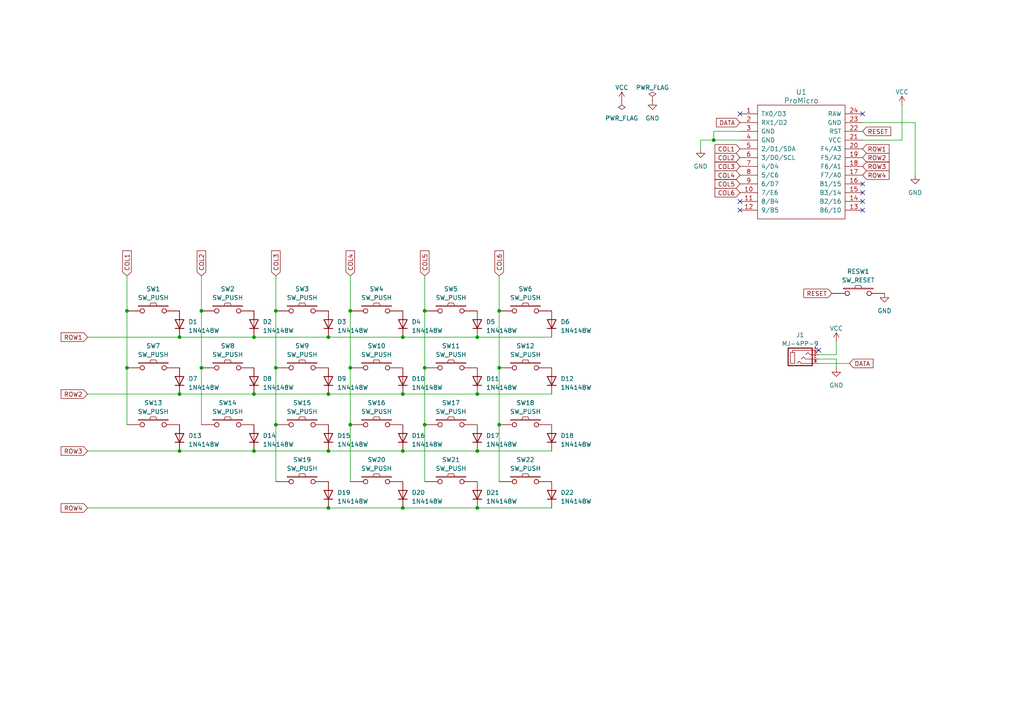
<source format=kicad_sch>
(kicad_sch (version 20230121) (generator eeschema)
  (paper "A4")
  (lib_symbols
    (symbol "Diode:1N4148W" (pin_numbers hide) (pin_names hide)
      (property "Reference" "D" (at 0 2.54 0))
      (property "Value" "1N4148W" (at 0 -2.54 0))
      (symbol "1N4148W_0_1"
        (polyline (pts (xy -1.27 1.27) (xy -1.27 -1.27)) (stroke (width 0.254)))
        (polyline (pts (xy 1.27 0) (xy -1.27 0)))
        (polyline (pts (xy 1.27 1.27) (xy 1.27 -1.27) (xy -1.27 0) (xy 1.27 1.27)) (stroke (width 0.254)))
      )
      (symbol "1N4148W_1_1"
        (pin passive line (at -3.81 0 0) (length 2.54) (name "K") (number "1"))
        (pin passive line (at 3.81 0 180) (length 2.54) (name "A") (number "2"))
      )
    )
    (symbol "kbd:MJ-4PP-9" (pin_names (offset 1.016))
      (property "Reference" "J" (at 0 3.81 0))
      (property "Value" "MJ-4PP-9" (at 0 -3.81 0))
      (symbol "MJ-4PP-9_0_1"
        (rectangle (start -1.905 -1.905) (end -3.175 1.27))
        (polyline (pts (xy -2.54 1.27) (xy -2.54 1.905) (xy 3.175 1.905)))
        (polyline (pts (xy -1.27 -1.905) (xy -0.635 -1.27) (xy 0 -1.905) (xy 3.175 -1.905)))
        (polyline (pts (xy 0 -0.635) (xy 0.635 0) (xy 1.27 -0.635) (xy 3.175 -0.635)))
        (polyline (pts (xy 1.27 0.635) (xy 1.905 1.27) (xy 2.54 0.635) (xy 3.175 0.635)))
        (rectangle (start 3.175 2.54) (end -3.81 -2.54) (stroke (width 0.3048)))
      )
      (symbol "MJ-4PP-9_1_1"
        (pin input line (at 5.08 1.905 180) (length 2.0066) (name "~") (number "A"))
        (pin input line (at 5.08 -1.905 180) (length 2.0066) (name "~") (number "B"))
        (pin input line (at 5.08 -0.635 180) (length 2.0066) (name "~") (number "C"))
        (pin input line (at 5.08 0.635 180) (length 2.0066) (name "~") (number "D"))
      )
    )
    (symbol "kbd:ProMicro" (pin_names (offset 1.016))
      (property "Reference" "U" (at 0 19.05 0))
      (property "Value" "ProMicro" (at 0 -19.05 0))
      (symbol "ProMicro_0_1"
        (rectangle (start -12.7 16.51) (end 12.7 -16.51))
      )
      (symbol "ProMicro_1_1"
        (pin bidirectional line (at -17.78 13.97 0) (length 5.08) (name "TX0/D3") (number "1"))
        (pin bidirectional line (at -17.78 -8.89 0) (length 5.08) (name "7/E6") (number "10"))
        (pin bidirectional line (at -17.78 -11.43 0) (length 5.08) (name "8/B4") (number "11"))
        (pin bidirectional line (at -17.78 -13.97 0) (length 5.08) (name "9/B5") (number "12"))
        (pin bidirectional line (at 17.78 -13.97 180) (length 5.08) (name "B6/10") (number "13"))
        (pin bidirectional line (at 17.78 -11.43 180) (length 5.08) (name "B2/16") (number "14"))
        (pin bidirectional line (at 17.78 -8.89 180) (length 5.08) (name "B3/14") (number "15"))
        (pin bidirectional line (at 17.78 -6.35 180) (length 5.08) (name "B1/15") (number "16"))
        (pin bidirectional line (at 17.78 -3.81 180) (length 5.08) (name "F7/A0") (number "17"))
        (pin bidirectional line (at 17.78 -1.27 180) (length 5.08) (name "F6/A1") (number "18"))
        (pin bidirectional line (at 17.78 1.27 180) (length 5.08) (name "F5/A2") (number "19"))
        (pin bidirectional line (at -17.78 11.43 0) (length 5.08) (name "RX1/D2") (number "2"))
        (pin bidirectional line (at 17.78 3.81 180) (length 5.08) (name "F4/A3") (number "20"))
        (pin power_in line (at 17.78 6.35 180) (length 5.08) (name "VCC") (number "21"))
        (pin input line (at 17.78 8.89 180) (length 5.08) (name "RST") (number "22"))
        (pin power_in line (at 17.78 11.43 180) (length 5.08) (name "GND") (number "23"))
        (pin power_out line (at 17.78 13.97 180) (length 5.08) (name "RAW") (number "24"))
        (pin power_in line (at -17.78 8.89 0) (length 5.08) (name "GND") (number "3"))
        (pin power_in line (at -17.78 6.35 0) (length 5.08) (name "GND") (number "4"))
        (pin bidirectional line (at -17.78 3.81 0) (length 5.08) (name "2/D1/SDA") (number "5"))
        (pin bidirectional line (at -17.78 1.27 0) (length 5.08) (name "3/D0/SCL") (number "6"))
        (pin bidirectional line (at -17.78 -1.27 0) (length 5.08) (name "4/D4") (number "7"))
        (pin bidirectional line (at -17.78 -3.81 0) (length 5.08) (name "5/C6") (number "8"))
        (pin bidirectional line (at -17.78 -6.35 0) (length 5.08) (name "6/D7") (number "9"))
      )
    )
    (symbol "kbd:SW_PUSH" (pin_numbers hide) (pin_names (offset 1.016) hide)
      (property "Reference" "SW" (at 3.81 2.794 0))
      (property "Value" "SW_PUSH" (at 0 -2.032 0))
      (symbol "SW_PUSH_0_1"
        (rectangle (start -4.318 1.27) (end 4.318 1.524))
        (polyline (pts (xy -1.016 1.524) (xy -0.762 2.286) (xy 0.762 2.286) (xy 1.016 1.524)))
        (pin passive inverted (at -7.62 0 0) (length 5.08) (name "1") (number "1"))
        (pin passive inverted (at 7.62 0 180) (length 5.08) (name "2") (number "2"))
      )
    )
    (symbol "power:GND" (power) (pin_names (offset 0))
      (property "Value" "GND" (at 0 -3.81 0))
      (symbol "GND_0_1"
        (polyline (pts (xy 0 0) (xy 0 -1.27) (xy 1.27 -1.27) (xy 0 -2.54) (xy -1.27 -1.27) (xy 0 -1.27)))
      )
      (symbol "GND_1_1"
        (pin power_in line (at 0 0 270) (length 0) hide (name "GND") (number "1"))
      )
    )
    (symbol "power:PWR_FLAG" (power) (pin_numbers hide) (pin_names (offset 0) hide)
      (property "Value" "PWR_FLAG" (at 0 3.81 0))
      (symbol "PWR_FLAG_0_0"
        (pin power_out line (at 0 0 90) (length 0) (name "pwr") (number "1"))
      )
      (symbol "PWR_FLAG_0_1"
        (polyline (pts (xy 0 0) (xy 0 1.27) (xy -1.016 1.905) (xy 0 2.54) (xy 1.016 1.905) (xy 0 1.27)))
      )
    )
    (symbol "power:VCC" (power) (pin_names (offset 0))
      (property "Value" "VCC" (at 0 3.81 0))
      (symbol "VCC_0_1"
        (polyline (pts (xy -0.762 1.27) (xy 0 2.54)))
        (polyline (pts (xy 0 0) (xy 0 2.54)))
        (polyline (pts (xy 0 2.54) (xy 0.762 1.27)))
      )
      (symbol "VCC_1_1"
        (pin power_in line (at 0 0 90) (length 0) hide (name "VCC") (number "1"))
      )
    )
  )
  (junction (at 116.84 147.32))
  (junction (at 138.43 147.32))
  (junction (at 138.43 114.3))
  (junction (at 138.43 97.79))
  (junction (at 123.19 123.19))
  (junction (at 36.83 106.68))
  (junction (at 73.66 97.79))
  (junction (at 101.6 106.68))
  (junction (at 138.43 130.81))
  (junction (at 58.42 106.68))
  (junction (at 144.78 123.19))
  (junction (at 80.01 106.68))
  (junction (at 116.84 130.81))
  (junction (at 52.07 114.3))
  (junction (at 101.6 90.17))
  (junction (at 116.84 97.79))
  (junction (at 95.25 97.79))
  (junction (at 95.25 130.81))
  (junction (at 116.84 114.3))
  (junction (at 80.01 123.19))
  (junction (at 52.07 130.81))
  (junction (at 95.25 147.32))
  (junction (at 36.83 90.17))
  (junction (at 80.01 90.17))
  (junction (at 73.66 114.3))
  (junction (at 207.01 40.64))
  (junction (at 144.78 106.68))
  (junction (at 73.66 130.81))
  (junction (at 101.6 123.19))
  (junction (at 58.42 90.17))
  (junction (at 144.78 90.17))
  (junction (at 123.19 90.17))
  (junction (at 95.25 114.3))
  (junction (at 52.07 97.79))
  (junction (at 123.19 106.68))
  (no_connect (at 250.19 55.88))
  (no_connect (at 237.49 101.6))
  (no_connect (at 250.19 53.34))
  (no_connect (at 250.19 33.02))
  (no_connect (at 250.19 60.96))
  (no_connect (at 214.63 58.42))
  (no_connect (at 214.63 33.02))
  (no_connect (at 250.19 58.42))
  (no_connect (at 214.63 60.96))
  (wire (pts (xy 80.01 123.19) (xy 80.01 139.7)))
  (wire (pts (xy 52.07 114.3) (xy 73.66 114.3)))
  (wire (pts (xy 73.66 130.81) (xy 95.25 130.81)))
  (wire (pts (xy 261.62 30.48) (xy 261.62 40.64)))
  (wire (pts (xy 95.25 97.79) (xy 116.84 97.79)))
  (wire (pts (xy 101.6 106.68) (xy 101.6 123.19)))
  (wire (pts (xy 237.49 104.14) (xy 242.57 104.14)))
  (wire (pts (xy 123.19 106.68) (xy 123.19 123.19)))
  (wire (pts (xy 214.63 38.1) (xy 207.01 38.1)))
  (wire (pts (xy 144.78 123.19) (xy 144.78 139.7)))
  (wire (pts (xy 242.57 99.06) (xy 242.57 102.87)))
  (wire (pts (xy 25.4 97.79) (xy 52.07 97.79)))
  (wire (pts (xy 144.78 106.68) (xy 144.78 123.19)))
  (wire (pts (xy 246.38 105.41) (xy 237.49 105.41)))
  (wire (pts (xy 58.42 80.01) (xy 58.42 90.17)))
  (wire (pts (xy 25.4 130.81) (xy 52.07 130.81)))
  (wire (pts (xy 138.43 130.81) (xy 160.02 130.81)))
  (wire (pts (xy 73.66 97.79) (xy 95.25 97.79)))
  (wire (pts (xy 36.83 90.17) (xy 36.83 106.68)))
  (wire (pts (xy 138.43 97.79) (xy 160.02 97.79)))
  (wire (pts (xy 123.19 80.01) (xy 123.19 90.17)))
  (wire (pts (xy 123.19 90.17) (xy 123.19 106.68)))
  (wire (pts (xy 237.49 102.87) (xy 242.57 102.87)))
  (wire (pts (xy 123.19 123.19) (xy 123.19 139.7)))
  (wire (pts (xy 36.83 80.01) (xy 36.83 90.17)))
  (wire (pts (xy 116.84 147.32) (xy 138.43 147.32)))
  (wire (pts (xy 116.84 97.79) (xy 138.43 97.79)))
  (wire (pts (xy 80.01 106.68) (xy 80.01 123.19)))
  (wire (pts (xy 144.78 80.01) (xy 144.78 90.17)))
  (wire (pts (xy 250.19 35.56) (xy 265.43 35.56)))
  (wire (pts (xy 101.6 123.19) (xy 101.6 139.7)))
  (wire (pts (xy 203.2 40.64) (xy 203.2 43.18)))
  (wire (pts (xy 138.43 114.3) (xy 160.02 114.3)))
  (wire (pts (xy 95.25 130.81) (xy 116.84 130.81)))
  (wire (pts (xy 214.63 40.64) (xy 207.01 40.64)))
  (wire (pts (xy 58.42 90.17) (xy 58.42 106.68)))
  (wire (pts (xy 80.01 90.17) (xy 80.01 106.68)))
  (wire (pts (xy 265.43 35.56) (xy 265.43 50.8)))
  (wire (pts (xy 101.6 80.01) (xy 101.6 90.17)))
  (wire (pts (xy 116.84 114.3) (xy 138.43 114.3)))
  (wire (pts (xy 203.2 40.64) (xy 207.01 40.64)))
  (wire (pts (xy 95.25 114.3) (xy 116.84 114.3)))
  (wire (pts (xy 25.4 147.32) (xy 95.25 147.32)))
  (wire (pts (xy 73.66 114.3) (xy 95.25 114.3)))
  (wire (pts (xy 36.83 106.68) (xy 36.83 123.19)))
  (wire (pts (xy 58.42 106.68) (xy 58.42 123.19)))
  (wire (pts (xy 116.84 130.81) (xy 138.43 130.81)))
  (wire (pts (xy 101.6 90.17) (xy 101.6 106.68)))
  (wire (pts (xy 250.19 40.64) (xy 261.62 40.64)))
  (wire (pts (xy 207.01 38.1) (xy 207.01 40.64)))
  (wire (pts (xy 52.07 97.79) (xy 73.66 97.79)))
  (wire (pts (xy 242.57 104.14) (xy 242.57 106.68)))
  (wire (pts (xy 138.43 147.32) (xy 160.02 147.32)))
  (wire (pts (xy 95.25 147.32) (xy 116.84 147.32)))
  (wire (pts (xy 80.01 80.01) (xy 80.01 90.17)))
  (wire (pts (xy 52.07 130.81) (xy 73.66 130.81)))
  (wire (pts (xy 25.4 114.3) (xy 52.07 114.3)))
  (wire (pts (xy 144.78 90.17) (xy 144.78 106.68)))
  (global_label "COL4" (shape input) (at 101.6 80.01 90) (property "Intersheetrefs" "${INTERSHEET_REFS}" (effects hide)))
  (global_label "ROW3" (shape input) (at 25.4 130.81 180) (property "Intersheetrefs" "${INTERSHEET_REFS}" (effects hide)))
  (global_label "COL3" (shape input) (at 214.63 48.26 180) (property "Intersheetrefs" "${INTERSHEET_REFS}" (effects hide)))
  (global_label "COL4" (shape input) (at 214.63 50.8 180) (property "Intersheetrefs" "${INTERSHEET_REFS}" (effects hide)))
  (global_label "COL6" (shape input) (at 214.63 55.88 180) (property "Intersheetrefs" "${INTERSHEET_REFS}" (effects hide)))
  (global_label "RESET" (shape input) (at 241.3 85.09 180) (property "Intersheetrefs" "${INTERSHEET_REFS}" (effects hide)))
  (global_label "ROW2" (shape input) (at 250.19 45.72 0) (property "Intersheetrefs" "${INTERSHEET_REFS}" (effects hide)))
  (global_label "DATA" (shape input) (at 246.38 105.41 0) (property "Intersheetrefs" "${INTERSHEET_REFS}" (effects hide)))
  (global_label "RESET" (shape input) (at 250.19 38.1 0) (property "Intersheetrefs" "${INTERSHEET_REFS}" (effects hide)))
  (global_label "COL5" (shape input) (at 214.63 53.34 180) (property "Intersheetrefs" "${INTERSHEET_REFS}" (effects hide)))
  (global_label "COL3" (shape input) (at 80.01 80.01 90) (property "Intersheetrefs" "${INTERSHEET_REFS}" (effects hide)))
  (global_label "COL5" (shape input) (at 123.19 80.01 90) (property "Intersheetrefs" "${INTERSHEET_REFS}" (effects hide)))
  (global_label "ROW1" (shape input) (at 25.4 97.79 180) (property "Intersheetrefs" "${INTERSHEET_REFS}" (effects hide)))
  (global_label "ROW4" (shape input) (at 25.4 147.32 180) (property "Intersheetrefs" "${INTERSHEET_REFS}" (effects hide)))
  (global_label "COL1" (shape input) (at 36.83 80.01 90) (property "Intersheetrefs" "${INTERSHEET_REFS}" (effects hide)))
  (global_label "COL6" (shape input) (at 144.78 80.01 90) (property "Intersheetrefs" "${INTERSHEET_REFS}" (effects hide)))
  (global_label "COL2" (shape input) (at 214.63 45.72 180) (property "Intersheetrefs" "${INTERSHEET_REFS}" (effects hide)))
  (global_label "ROW3" (shape input) (at 250.19 48.26 0) (property "Intersheetrefs" "${INTERSHEET_REFS}" (effects hide)))
  (global_label "ROW4" (shape input) (at 250.19 50.8 0) (property "Intersheetrefs" "${INTERSHEET_REFS}" (effects hide)))
  (global_label "DATA" (shape input) (at 214.63 35.56 180) (property "Intersheetrefs" "${INTERSHEET_REFS}" (effects hide)))
  (global_label "COL1" (shape input) (at 214.63 43.18 180) (property "Intersheetrefs" "${INTERSHEET_REFS}" (effects hide)))
  (global_label "ROW1" (shape input) (at 250.19 43.18 0) (property "Intersheetrefs" "${INTERSHEET_REFS}" (effects hide)))
  (global_label "COL2" (shape input) (at 58.42 80.01 90) (property "Intersheetrefs" "${INTERSHEET_REFS}" (effects hide)))
  (global_label "ROW2" (shape input) (at 25.4 114.3 180) (property "Intersheetrefs" "${INTERSHEET_REFS}" (effects hide)))
  (symbol (lib_id "kbd:SW_PUSH") (at 109.22 123.19 0) (unit 1)
    (property "Reference" "SW16" (at 109.22 116.84 0))
    (property "Value" "SW_PUSH" (at 109.22 119.38 0))
    (property "Footprint" "kbd:SW_Hole" (effects hide))
  )
  (symbol (lib_id "kbd:SW_PUSH") (at 152.4 139.7 0) (unit 1)
    (property "Reference" "SW22" (at 152.4 133.35 0))
    (property "Value" "SW_PUSH" (at 152.4 135.89 0))
    (property "Footprint" "kbd:SW_Hole" (effects hide))
  )
  (symbol (lib_id "Diode:1N4148W") (at 138.43 93.98 90) (unit 1)
    (property "Reference" "D5" (at 140.97 93.345 90) (effects (justify right)))
    (property "Value" "1N4148W" (at 140.97 95.885 90) (effects (justify right)))
    (property "Footprint" "kbd:D3_TH_SMD_v2" (effects hide))
    (property "Datasheet" "https://www.vishay.com/docs/85748/1n4148w.pdf" (effects hide))
    (property "Sim.Device" "D" (effects hide))
    (property "Sim.Pins" "1=K 2=A" (effects hide))
  )
  (symbol (lib_id "Diode:1N4148W") (at 160.02 143.51 90) (unit 1)
    (property "Reference" "D22" (at 162.56 142.875 90) (effects (justify right)))
    (property "Value" "1N4148W" (at 162.56 145.415 90) (effects (justify right)))
    (property "Footprint" "kbd:D3_TH_SMD_v2" (effects hide))
    (property "Datasheet" "https://www.vishay.com/docs/85748/1n4148w.pdf" (effects hide))
    (property "Sim.Device" "D" (effects hide))
    (property "Sim.Pins" "1=K 2=A" (effects hide))
  )
  (symbol (lib_id "kbd:SW_PUSH") (at 152.4 90.17 0) (unit 1)
    (property "Reference" "SW6" (at 152.4 83.82 0))
    (property "Value" "SW_PUSH" (at 152.4 86.36 0))
    (property "Footprint" "kbd:SW_Hole" (effects hide))
  )
  (symbol (lib_id "Diode:1N4148W") (at 160.02 110.49 90) (unit 1)
    (property "Reference" "D12" (at 162.56 109.855 90) (effects (justify right)))
    (property "Value" "1N4148W" (at 162.56 112.395 90) (effects (justify right)))
    (property "Footprint" "kbd:D3_TH_SMD_v2" (effects hide))
    (property "Datasheet" "https://www.vishay.com/docs/85748/1n4148w.pdf" (effects hide))
    (property "Sim.Device" "D" (effects hide))
    (property "Sim.Pins" "1=K 2=A" (effects hide))
  )
  (symbol (lib_id "Diode:1N4148W") (at 116.84 110.49 90) (unit 1)
    (property "Reference" "D10" (at 119.38 109.855 90) (effects (justify right)))
    (property "Value" "1N4148W" (at 119.38 112.395 90) (effects (justify right)))
    (property "Footprint" "kbd:D3_TH_SMD_v2" (effects hide))
    (property "Datasheet" "https://www.vishay.com/docs/85748/1n4148w.pdf" (effects hide))
    (property "Sim.Device" "D" (effects hide))
    (property "Sim.Pins" "1=K 2=A" (effects hide))
  )
  (symbol (lib_id "Diode:1N4148W") (at 52.07 93.98 90) (unit 1)
    (property "Reference" "D1" (at 54.61 93.345 90) (effects (justify right)))
    (property "Value" "1N4148W" (at 54.61 95.885 90) (effects (justify right)))
    (property "Footprint" "kbd:D3_TH_SMD_v2" (effects hide))
    (property "Datasheet" "https://www.vishay.com/docs/85748/1n4148w.pdf" (effects hide))
    (property "Sim.Device" "D" (effects hide))
    (property "Sim.Pins" "1=K 2=A" (effects hide))
  )
  (symbol (lib_id "Diode:1N4148W") (at 95.25 110.49 90) (unit 1)
    (property "Reference" "D9" (at 97.79 109.855 90) (effects (justify right)))
    (property "Value" "1N4148W" (at 97.79 112.395 90) (effects (justify right)))
    (property "Footprint" "kbd:D3_TH_SMD_v2" (effects hide))
    (property "Datasheet" "https://www.vishay.com/docs/85748/1n4148w.pdf" (effects hide))
    (property "Sim.Device" "D" (effects hide))
    (property "Sim.Pins" "1=K 2=A" (effects hide))
  )
  (symbol (lib_id "power:GND") (at 203.2 43.18 0) (unit 1)
    (property "Reference" "#PWR03" (effects hide))
    (property "Value" "GND" (at 203.2 48.26 0))
  )
  (symbol (lib_id "kbd:SW_PUSH") (at 152.4 123.19 0) (unit 1)
    (property "Reference" "SW18" (at 152.4 116.84 0))
    (property "Value" "SW_PUSH" (at 152.4 119.38 0))
    (property "Footprint" "kbd:SW_Hole" (effects hide))
  )
  (symbol (lib_id "Diode:1N4148W") (at 52.07 127 90) (unit 1)
    (property "Reference" "D13" (at 54.61 126.365 90) (effects (justify right)))
    (property "Value" "1N4148W" (at 54.61 128.905 90) (effects (justify right)))
    (property "Footprint" "kbd:D3_TH_SMD_v2" (effects hide))
    (property "Datasheet" "https://www.vishay.com/docs/85748/1n4148w.pdf" (effects hide))
    (property "Sim.Device" "D" (effects hide))
    (property "Sim.Pins" "1=K 2=A" (effects hide))
  )
  (symbol (lib_id "kbd:MJ-4PP-9") (at 232.41 103.505 0) (unit 1)
    (property "Reference" "J1" (at 232.0925 97.155 0))
    (property "Value" "MJ-4PP-9" (at 232.0925 99.695 0))
    (property "Footprint" "kbd:MJ-4PP-9_1side" (effects hide))
  )
  (symbol (lib_id "kbd:SW_PUSH") (at 248.92 85.09 0) (unit 1)
    (property "Reference" "RESW1" (at 248.92 78.74 0))
    (property "Value" "SW_RESET" (at 248.92 81.28 0))
    (property "Footprint" "kbd:ResetSW_1side" (effects hide))
  )
  (symbol (lib_id "kbd:SW_PUSH") (at 130.81 139.7 0) (unit 1)
    (property "Reference" "SW21" (at 130.81 133.35 0))
    (property "Value" "SW_PUSH" (at 130.81 135.89 0))
    (property "Footprint" "kbd:SW_Hole" (effects hide))
  )
  (symbol (lib_id "power:GND") (at 242.57 106.68 0) (unit 1)
    (property "Reference" "#PWR05" (effects hide))
    (property "Value" "GND" (at 242.57 111.76 0))
  )
  (symbol (lib_id "Diode:1N4148W") (at 116.84 127 90) (unit 1)
    (property "Reference" "D16" (at 119.38 126.365 90) (effects (justify right)))
    (property "Value" "1N4148W" (at 119.38 128.905 90) (effects (justify right)))
    (property "Footprint" "kbd:D3_TH_SMD_v2" (effects hide))
    (property "Datasheet" "https://www.vishay.com/docs/85748/1n4148w.pdf" (effects hide))
    (property "Sim.Device" "D" (effects hide))
    (property "Sim.Pins" "1=K 2=A" (effects hide))
  )
  (symbol (lib_id "Diode:1N4148W") (at 73.66 110.49 90) (unit 1)
    (property "Reference" "D8" (at 76.2 109.855 90) (effects (justify right)))
    (property "Value" "1N4148W" (at 76.2 112.395 90) (effects (justify right)))
    (property "Footprint" "kbd:D3_TH_SMD_v2" (effects hide))
    (property "Datasheet" "https://www.vishay.com/docs/85748/1n4148w.pdf" (effects hide))
    (property "Sim.Device" "D" (effects hide))
    (property "Sim.Pins" "1=K 2=A" (effects hide))
  )
  (symbol (lib_id "kbd:SW_PUSH") (at 130.81 123.19 0) (unit 1)
    (property "Reference" "SW17" (at 130.81 116.84 0))
    (property "Value" "SW_PUSH" (at 130.81 119.38 0))
    (property "Footprint" "kbd:SW_Hole" (effects hide))
  )
  (symbol (lib_id "kbd:SW_PUSH") (at 87.63 106.68 0) (unit 1)
    (property "Reference" "SW9" (at 87.63 100.33 0))
    (property "Value" "SW_PUSH" (at 87.63 102.87 0))
    (property "Footprint" "kbd:SW_Hole" (effects hide))
  )
  (symbol (lib_id "Diode:1N4148W") (at 95.25 127 90) (unit 1)
    (property "Reference" "D15" (at 97.79 126.365 90) (effects (justify right)))
    (property "Value" "1N4148W" (at 97.79 128.905 90) (effects (justify right)))
    (property "Footprint" "kbd:D3_TH_SMD_v2" (effects hide))
    (property "Datasheet" "https://www.vishay.com/docs/85748/1n4148w.pdf" (effects hide))
    (property "Sim.Device" "D" (effects hide))
    (property "Sim.Pins" "1=K 2=A" (effects hide))
  )
  (symbol (lib_id "Diode:1N4148W") (at 138.43 143.51 90) (unit 1)
    (property "Reference" "D21" (at 140.97 142.875 90) (effects (justify right)))
    (property "Value" "1N4148W" (at 140.97 145.415 90) (effects (justify right)))
    (property "Footprint" "kbd:D3_TH_SMD_v2" (effects hide))
    (property "Datasheet" "https://www.vishay.com/docs/85748/1n4148w.pdf" (effects hide))
    (property "Sim.Device" "D" (effects hide))
    (property "Sim.Pins" "1=K 2=A" (effects hide))
  )
  (symbol (lib_id "kbd:SW_PUSH") (at 66.04 123.19 0) (unit 1)
    (property "Reference" "SW14" (at 66.04 116.84 0))
    (property "Value" "SW_PUSH" (at 66.04 119.38 0))
    (property "Footprint" "kbd:SW_Hole" (effects hide))
  )
  (symbol (lib_id "kbd:SW_PUSH") (at 66.04 106.68 0) (unit 1)
    (property "Reference" "SW8" (at 66.04 100.33 0))
    (property "Value" "SW_PUSH" (at 66.04 102.87 0))
    (property "Footprint" "kbd:SW_Hole" (effects hide))
  )
  (symbol (lib_id "power:PWR_FLAG") (at 189.23 29.21 0) (unit 1)
    (property "Reference" "#FLG01" (effects hide))
    (property "Value" "PWR_FLAG" (at 189.23 25.4 0))
  )
  (symbol (lib_id "kbd:SW_PUSH") (at 87.63 139.7 0) (unit 1)
    (property "Reference" "SW19" (at 87.63 133.35 0))
    (property "Value" "SW_PUSH" (at 87.63 135.89 0))
    (property "Footprint" "kbd:SW_Hole" (effects hide))
  )
  (symbol (lib_id "kbd:ProMicro") (at 232.41 46.99 0) (unit 1)
    (property "Reference" "U1" (at 232.41 26.67 0) (effects (font (size 1.524 1.524))))
    (property "Value" "ProMicro" (at 232.41 29.21 0) (effects (font (size 1.524 1.524))))
    (property "Footprint" "kbd:ProMicro_v3" (effects hide))
  )
  (symbol (lib_id "power:GND") (at 189.23 29.21 0) (unit 1)
    (property "Reference" "#PWR08" (effects hide))
    (property "Value" "GND" (at 189.23 34.29 0))
  )
  (symbol (lib_id "Diode:1N4148W") (at 138.43 127 90) (unit 1)
    (property "Reference" "D17" (at 140.97 126.365 90) (effects (justify right)))
    (property "Value" "1N4148W" (at 140.97 128.905 90) (effects (justify right)))
    (property "Footprint" "kbd:D3_TH_SMD_v2" (effects hide))
    (property "Datasheet" "https://www.vishay.com/docs/85748/1n4148w.pdf" (effects hide))
    (property "Sim.Device" "D" (effects hide))
    (property "Sim.Pins" "1=K 2=A" (effects hide))
  )
  (symbol (lib_id "Diode:1N4148W") (at 73.66 127 90) (unit 1)
    (property "Reference" "D14" (at 76.2 126.365 90) (effects (justify right)))
    (property "Value" "1N4148W" (at 76.2 128.905 90) (effects (justify right)))
    (property "Footprint" "kbd:D3_TH_SMD_v2" (effects hide))
    (property "Datasheet" "https://www.vishay.com/docs/85748/1n4148w.pdf" (effects hide))
    (property "Sim.Device" "D" (effects hide))
    (property "Sim.Pins" "1=K 2=A" (effects hide))
  )
  (symbol (lib_id "kbd:SW_PUSH") (at 44.45 123.19 0) (unit 1)
    (property "Reference" "SW13" (at 44.45 116.84 0))
    (property "Value" "SW_PUSH" (at 44.45 119.38 0))
    (property "Footprint" "kbd:SW_Hole" (effects hide))
  )
  (symbol (lib_id "Diode:1N4148W") (at 160.02 127 90) (unit 1)
    (property "Reference" "D18" (at 162.56 126.365 90) (effects (justify right)))
    (property "Value" "1N4148W" (at 162.56 128.905 90) (effects (justify right)))
    (property "Footprint" "kbd:D3_TH_SMD_v2" (effects hide))
    (property "Datasheet" "https://www.vishay.com/docs/85748/1n4148w.pdf" (effects hide))
    (property "Sim.Device" "D" (effects hide))
    (property "Sim.Pins" "1=K 2=A" (effects hide))
  )
  (symbol (lib_id "Diode:1N4148W") (at 52.07 110.49 90) (unit 1)
    (property "Reference" "D7" (at 54.61 109.855 90) (effects (justify right)))
    (property "Value" "1N4148W" (at 54.61 112.395 90) (effects (justify right)))
    (property "Footprint" "kbd:D3_TH_SMD_v2" (effects hide))
    (property "Datasheet" "https://www.vishay.com/docs/85748/1n4148w.pdf" (effects hide))
    (property "Sim.Device" "D" (effects hide))
    (property "Sim.Pins" "1=K 2=A" (effects hide))
  )
  (symbol (lib_id "power:VCC") (at 261.62 30.48 0) (unit 1)
    (property "Reference" "#PWR02" (effects hide))
    (property "Value" "VCC" (at 261.62 26.67 0))
  )
  (symbol (lib_id "Diode:1N4148W") (at 138.43 110.49 90) (unit 1)
    (property "Reference" "D11" (at 140.97 109.855 90) (effects (justify right)))
    (property "Value" "1N4148W" (at 140.97 112.395 90) (effects (justify right)))
    (property "Footprint" "kbd:D3_TH_SMD_v2" (effects hide))
    (property "Datasheet" "https://www.vishay.com/docs/85748/1n4148w.pdf" (effects hide))
    (property "Sim.Device" "D" (effects hide))
    (property "Sim.Pins" "1=K 2=A" (effects hide))
  )
  (symbol (lib_id "Diode:1N4148W") (at 116.84 143.51 90) (unit 1)
    (property "Reference" "D20" (at 119.38 142.875 90) (effects (justify right)))
    (property "Value" "1N4148W" (at 119.38 145.415 90) (effects (justify right)))
    (property "Footprint" "kbd:D3_TH_SMD_v2" (effects hide))
    (property "Datasheet" "https://www.vishay.com/docs/85748/1n4148w.pdf" (effects hide))
    (property "Sim.Device" "D" (effects hide))
    (property "Sim.Pins" "1=K 2=A" (effects hide))
  )
  (symbol (lib_id "kbd:SW_PUSH") (at 109.22 90.17 0) (unit 1)
    (property "Reference" "SW4" (at 109.22 83.82 0))
    (property "Value" "SW_PUSH" (at 109.22 86.36 0))
    (property "Footprint" "kbd:SW_Hole" (effects hide))
  )
  (symbol (lib_id "kbd:SW_PUSH") (at 152.4 106.68 0) (unit 1)
    (property "Reference" "SW12" (at 152.4 100.33 0))
    (property "Value" "SW_PUSH" (at 152.4 102.87 0))
    (property "Footprint" "kbd:SW_Hole" (effects hide))
  )
  (symbol (lib_id "kbd:SW_PUSH") (at 130.81 106.68 0) (unit 1)
    (property "Reference" "SW11" (at 130.81 100.33 0))
    (property "Value" "SW_PUSH" (at 130.81 102.87 0))
    (property "Footprint" "kbd:SW_Hole" (effects hide))
  )
  (symbol (lib_id "kbd:SW_PUSH") (at 130.81 90.17 0) (unit 1)
    (property "Reference" "SW5" (at 130.81 83.82 0))
    (property "Value" "SW_PUSH" (at 130.81 86.36 0))
    (property "Footprint" "kbd:SW_Hole" (effects hide))
  )
  (symbol (lib_id "Diode:1N4148W") (at 160.02 93.98 90) (unit 1)
    (property "Reference" "D6" (at 162.56 93.345 90) (effects (justify right)))
    (property "Value" "1N4148W" (at 162.56 95.885 90) (effects (justify right)))
    (property "Footprint" "kbd:D3_TH_SMD_v2" (effects hide))
    (property "Datasheet" "https://www.vishay.com/docs/85748/1n4148w.pdf" (effects hide))
    (property "Sim.Device" "D" (effects hide))
    (property "Sim.Pins" "1=K 2=A" (effects hide))
  )
  (symbol (lib_id "kbd:SW_PUSH") (at 87.63 123.19 0) (unit 1)
    (property "Reference" "SW15" (at 87.63 116.84 0))
    (property "Value" "SW_PUSH" (at 87.63 119.38 0))
    (property "Footprint" "kbd:SW_Hole" (effects hide))
  )
  (symbol (lib_id "power:VCC") (at 242.57 99.06 0) (unit 1)
    (property "Reference" "#PWR06" (effects hide))
    (property "Value" "VCC" (at 242.57 95.25 0))
  )
  (symbol (lib_id "kbd:SW_PUSH") (at 44.45 106.68 0) (unit 1)
    (property "Reference" "SW7" (at 44.45 100.33 0))
    (property "Value" "SW_PUSH" (at 44.45 102.87 0))
    (property "Footprint" "kbd:SW_Hole" (effects hide))
  )
  (symbol (lib_id "Diode:1N4148W") (at 95.25 93.98 90) (unit 1)
    (property "Reference" "D3" (at 97.79 93.345 90) (effects (justify right)))
    (property "Value" "1N4148W" (at 97.79 95.885 90) (effects (justify right)))
    (property "Footprint" "kbd:D3_TH_SMD_v2" (effects hide))
    (property "Datasheet" "https://www.vishay.com/docs/85748/1n4148w.pdf" (effects hide))
    (property "Sim.Device" "D" (effects hide))
    (property "Sim.Pins" "1=K 2=A" (effects hide))
  )
  (symbol (lib_id "Diode:1N4148W") (at 73.66 93.98 90) (unit 1)
    (property "Reference" "D2" (at 76.2 93.345 90) (effects (justify right)))
    (property "Value" "1N4148W" (at 76.2 95.885 90) (effects (justify right)))
    (property "Footprint" "kbd:D3_TH_SMD_v2" (effects hide))
    (property "Datasheet" "https://www.vishay.com/docs/85748/1n4148w.pdf" (effects hide))
    (property "Sim.Device" "D" (effects hide))
    (property "Sim.Pins" "1=K 2=A" (effects hide))
  )
  (symbol (lib_id "kbd:SW_PUSH") (at 87.63 90.17 0) (unit 1)
    (property "Reference" "SW3" (at 87.63 83.82 0))
    (property "Value" "SW_PUSH" (at 87.63 86.36 0))
    (property "Footprint" "kbd:SW_Hole" (effects hide))
  )
  (symbol (lib_id "Diode:1N4148W") (at 116.84 93.98 90) (unit 1)
    (property "Reference" "D4" (at 119.38 93.345 90) (effects (justify right)))
    (property "Value" "1N4148W" (at 119.38 95.885 90) (effects (justify right)))
    (property "Footprint" "kbd:D3_TH_SMD_v2" (effects hide))
    (property "Datasheet" "https://www.vishay.com/docs/85748/1n4148w.pdf" (effects hide))
    (property "Sim.Device" "D" (effects hide))
    (property "Sim.Pins" "1=K 2=A" (effects hide))
  )
  (symbol (lib_id "power:GND") (at 265.43 50.8 0) (unit 1)
    (property "Reference" "#PWR01" (effects hide))
    (property "Value" "GND" (at 265.43 55.88 0))
  )
  (symbol (lib_id "kbd:SW_PUSH") (at 66.04 90.17 0) (unit 1)
    (property "Reference" "SW2" (at 66.04 83.82 0))
    (property "Value" "SW_PUSH" (at 66.04 86.36 0))
    (property "Footprint" "kbd:SW_Hole" (effects hide))
  )
  (symbol (lib_id "power:PWR_FLAG") (at 180.34 29.21 180) (unit 1)
    (property "Reference" "#FLG02" (effects hide))
    (property "Value" "PWR_FLAG" (at 180.34 34.29 0))
  )
  (symbol (lib_id "kbd:SW_PUSH") (at 109.22 139.7 0) (unit 1)
    (property "Reference" "SW20" (at 109.22 133.35 0))
    (property "Value" "SW_PUSH" (at 109.22 135.89 0))
    (property "Footprint" "kbd:SW_Hole" (effects hide))
  )
  (symbol (lib_id "Diode:1N4148W") (at 95.25 143.51 90) (unit 1)
    (property "Reference" "D19" (at 97.79 142.875 90) (effects (justify right)))
    (property "Value" "1N4148W" (at 97.79 145.415 90) (effects (justify right)))
    (property "Footprint" "kbd:D3_TH_SMD_v2" (effects hide))
    (property "Datasheet" "https://www.vishay.com/docs/85748/1n4148w.pdf" (effects hide))
    (property "Sim.Device" "D" (effects hide))
    (property "Sim.Pins" "1=K 2=A" (effects hide))
  )
  (symbol (lib_id "kbd:SW_PUSH") (at 109.22 106.68 0) (unit 1)
    (property "Reference" "SW10" (at 109.22 100.33 0))
    (property "Value" "SW_PUSH" (at 109.22 102.87 0))
    (property "Footprint" "kbd:SW_Hole" (effects hide))
  )
  (symbol (lib_id "power:GND") (at 256.54 85.09 0) (unit 1)
    (property "Reference" "#PWR04" (effects hide))
    (property "Value" "GND" (at 256.54 90.17 0))
  )
  (symbol (lib_id "power:VCC") (at 180.34 29.21 0) (unit 1)
    (property "Reference" "#PWR07" (effects hide))
    (property "Value" "VCC" (at 180.34 25.4 0))
  )
  (symbol (lib_id "kbd:SW_PUSH") (at 44.45 90.17 0) (unit 1)
    (property "Reference" "SW1" (at 44.45 83.82 0))
    (property "Value" "SW_PUSH" (at 44.45 86.36 0))
    (property "Footprint" "kbd:SW_Hole" (effects hide))
  )
)
</source>
